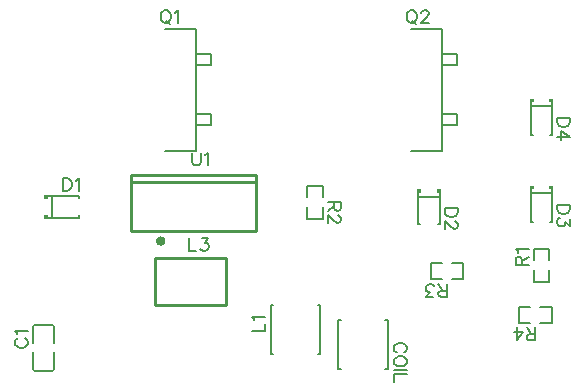
<source format=gto>
G04 Layer: TopSilkscreenLayer*
G04 EasyEDA v6.4.32, 2022-06-17 11:56:41*
G04 Gerber Generator version 0.2*
G04 Scale: 100 percent, Rotated: No, Reflected: No *
G04 Dimensions in millimeters *
G04 leading zeros omitted , absolute positions ,4 integer and 5 decimal *
%FSLAX45Y45*%
%MOMM*%

%ADD10C,0.2540*%
%ADD25C,0.1524*%
%ADD26C,0.1500*%
%ADD27C,0.1520*%
%ADD28C,0.4000*%

%LPD*%
D25*
X863092Y4014978D02*
G01*
X852678Y4009644D01*
X842263Y3999229D01*
X837184Y3989070D01*
X837184Y3968242D01*
X842263Y3957828D01*
X852678Y3947413D01*
X863092Y3942079D01*
X878839Y3937000D01*
X904747Y3937000D01*
X920242Y3942079D01*
X930655Y3947413D01*
X941070Y3957828D01*
X946150Y3968242D01*
X946150Y3989070D01*
X941070Y3999229D01*
X930655Y4009644D01*
X920242Y4014978D01*
X858012Y4049268D02*
G01*
X852678Y4059681D01*
X837184Y4075176D01*
X946150Y4075176D01*
X4128008Y3897121D02*
G01*
X4138422Y3902455D01*
X4148836Y3912870D01*
X4153915Y3923029D01*
X4153915Y3943857D01*
X4148836Y3954271D01*
X4138422Y3964686D01*
X4128008Y3970020D01*
X4112259Y3975100D01*
X4086352Y3975100D01*
X4070858Y3970020D01*
X4060443Y3964686D01*
X4050029Y3954271D01*
X4044950Y3943857D01*
X4044950Y3923029D01*
X4050029Y3912870D01*
X4060443Y3902455D01*
X4070858Y3897121D01*
X4153915Y3831589D02*
G01*
X4148836Y3842004D01*
X4138422Y3852418D01*
X4128008Y3857752D01*
X4112259Y3862831D01*
X4086352Y3862831D01*
X4070858Y3857752D01*
X4060443Y3852418D01*
X4050029Y3842004D01*
X4044950Y3831589D01*
X4044950Y3811015D01*
X4050029Y3800602D01*
X4060443Y3790187D01*
X4070858Y3784854D01*
X4086352Y3779773D01*
X4112259Y3779773D01*
X4128008Y3784854D01*
X4138422Y3790187D01*
X4148836Y3800602D01*
X4153915Y3811015D01*
X4153915Y3831589D01*
X4153915Y3745484D02*
G01*
X4044950Y3745484D01*
X4153915Y3711194D02*
G01*
X4044950Y3711194D01*
X4044950Y3711194D02*
G01*
X4044950Y3648710D01*
X2843784Y4076700D02*
G01*
X2952750Y4076700D01*
X2952750Y4076700D02*
G01*
X2952750Y4138929D01*
X2864611Y4173220D02*
G01*
X2859277Y4183634D01*
X2843784Y4199381D01*
X2952750Y4199381D01*
X1244600Y5373115D02*
G01*
X1244600Y5264150D01*
X1244600Y5373115D02*
G01*
X1280921Y5373115D01*
X1296670Y5368036D01*
X1306829Y5357621D01*
X1312163Y5347207D01*
X1317244Y5331460D01*
X1317244Y5305552D01*
X1312163Y5290057D01*
X1306829Y5279644D01*
X1296670Y5269229D01*
X1280921Y5264150D01*
X1244600Y5264150D01*
X1351534Y5352287D02*
G01*
X1361947Y5357621D01*
X1377695Y5373115D01*
X1377695Y5264150D01*
X4585715Y5118100D02*
G01*
X4476750Y5118100D01*
X4585715Y5118100D02*
G01*
X4585715Y5081778D01*
X4580636Y5066029D01*
X4570222Y5055870D01*
X4559808Y5050536D01*
X4544059Y5045455D01*
X4518152Y5045455D01*
X4502658Y5050536D01*
X4492243Y5055870D01*
X4481829Y5066029D01*
X4476750Y5081778D01*
X4476750Y5118100D01*
X4559808Y5005831D02*
G01*
X4564888Y5005831D01*
X4575302Y5000752D01*
X4580636Y4995418D01*
X4585715Y4985004D01*
X4585715Y4964429D01*
X4580636Y4954015D01*
X4575302Y4948681D01*
X4564888Y4943602D01*
X4554474Y4943602D01*
X4544059Y4948681D01*
X4528565Y4959095D01*
X4476750Y5011165D01*
X4476750Y4938268D01*
X5538215Y5143500D02*
G01*
X5429250Y5143500D01*
X5538215Y5143500D02*
G01*
X5538215Y5107178D01*
X5533136Y5091429D01*
X5522722Y5081270D01*
X5512308Y5075936D01*
X5496559Y5070855D01*
X5470652Y5070855D01*
X5455158Y5075936D01*
X5444743Y5081270D01*
X5434329Y5091429D01*
X5429250Y5107178D01*
X5429250Y5143500D01*
X5538215Y5026152D02*
G01*
X5538215Y4969002D01*
X5496559Y4999989D01*
X5496559Y4984495D01*
X5491479Y4974081D01*
X5486400Y4969002D01*
X5470652Y4963668D01*
X5460238Y4963668D01*
X5444743Y4969002D01*
X5434329Y4979415D01*
X5429250Y4994910D01*
X5429250Y5010404D01*
X5434329Y5026152D01*
X5439409Y5031231D01*
X5449824Y5036565D01*
X5538215Y5880100D02*
G01*
X5429250Y5880100D01*
X5538215Y5880100D02*
G01*
X5538215Y5843778D01*
X5533136Y5828029D01*
X5522722Y5817870D01*
X5512308Y5812536D01*
X5496559Y5807455D01*
X5470652Y5807455D01*
X5455158Y5812536D01*
X5444743Y5817870D01*
X5434329Y5828029D01*
X5429250Y5843778D01*
X5429250Y5880100D01*
X5538215Y5721095D02*
G01*
X5465572Y5773165D01*
X5465572Y5695187D01*
X5538215Y5721095D02*
G01*
X5429250Y5721095D01*
X2311400Y4865115D02*
G01*
X2311400Y4756150D01*
X2311400Y4756150D02*
G01*
X2373629Y4756150D01*
X2418334Y4865115D02*
G01*
X2475484Y4865115D01*
X2444495Y4823460D01*
X2459990Y4823460D01*
X2470404Y4818379D01*
X2475484Y4813300D01*
X2480818Y4797552D01*
X2480818Y4787137D01*
X2475484Y4771644D01*
X2465070Y4761229D01*
X2449575Y4756150D01*
X2434081Y4756150D01*
X2418334Y4761229D01*
X2413254Y4766310D01*
X2407920Y4776723D01*
X2104974Y6795515D02*
G01*
X2094560Y6790436D01*
X2084146Y6780021D01*
X2078812Y6769608D01*
X2073732Y6753860D01*
X2073732Y6727952D01*
X2078812Y6712458D01*
X2084146Y6702044D01*
X2094560Y6691629D01*
X2104974Y6686550D01*
X2125802Y6686550D01*
X2135962Y6691629D01*
X2146376Y6702044D01*
X2151710Y6712458D01*
X2156790Y6727952D01*
X2156790Y6753860D01*
X2151710Y6769608D01*
X2146376Y6780021D01*
X2135962Y6790436D01*
X2125802Y6795515D01*
X2104974Y6795515D01*
X2120468Y6707123D02*
G01*
X2151710Y6676136D01*
X2191080Y6774687D02*
G01*
X2201494Y6780021D01*
X2217242Y6795515D01*
X2217242Y6686550D01*
X4187774Y6795515D02*
G01*
X4177360Y6790436D01*
X4166946Y6780021D01*
X4161612Y6769608D01*
X4156532Y6753860D01*
X4156532Y6727952D01*
X4161612Y6712458D01*
X4166946Y6702044D01*
X4177360Y6691629D01*
X4187774Y6686550D01*
X4208602Y6686550D01*
X4218762Y6691629D01*
X4229176Y6702044D01*
X4234510Y6712458D01*
X4239590Y6727952D01*
X4239590Y6753860D01*
X4234510Y6769608D01*
X4229176Y6780021D01*
X4218762Y6790436D01*
X4208602Y6795515D01*
X4187774Y6795515D01*
X4203268Y6707123D02*
G01*
X4234510Y6676136D01*
X4279214Y6769608D02*
G01*
X4279214Y6774687D01*
X4284294Y6785102D01*
X4289628Y6790436D01*
X4300042Y6795515D01*
X4320616Y6795515D01*
X4331030Y6790436D01*
X4336364Y6785102D01*
X4341444Y6774687D01*
X4341444Y6764273D01*
X4336364Y6753860D01*
X4325950Y6738365D01*
X4273880Y6686550D01*
X4346778Y6686550D01*
X5078984Y4635500D02*
G01*
X5187950Y4635500D01*
X5078984Y4635500D02*
G01*
X5078984Y4682236D01*
X5084063Y4697729D01*
X5089397Y4703063D01*
X5099811Y4708144D01*
X5110225Y4708144D01*
X5120640Y4703063D01*
X5125720Y4697729D01*
X5130800Y4682236D01*
X5130800Y4635500D01*
X5130800Y4671821D02*
G01*
X5187950Y4708144D01*
X5099811Y4742434D02*
G01*
X5094477Y4752847D01*
X5078984Y4768595D01*
X5187950Y4768595D01*
X3595115Y5168900D02*
G01*
X3486150Y5168900D01*
X3595115Y5168900D02*
G01*
X3595115Y5122163D01*
X3590036Y5106670D01*
X3584702Y5101336D01*
X3574288Y5096255D01*
X3563874Y5096255D01*
X3553459Y5101336D01*
X3548379Y5106670D01*
X3543300Y5122163D01*
X3543300Y5168900D01*
X3543300Y5132578D02*
G01*
X3486150Y5096255D01*
X3569208Y5056631D02*
G01*
X3574288Y5056631D01*
X3584702Y5051552D01*
X3590036Y5046218D01*
X3595115Y5035804D01*
X3595115Y5015229D01*
X3590036Y5004815D01*
X3584702Y4999481D01*
X3574288Y4994402D01*
X3563874Y4994402D01*
X3553459Y4999481D01*
X3537965Y5009895D01*
X3486150Y5061965D01*
X3486150Y4989068D01*
X4495800Y4367784D02*
G01*
X4495800Y4476750D01*
X4495800Y4367784D02*
G01*
X4449063Y4367784D01*
X4433570Y4372863D01*
X4428236Y4378197D01*
X4423156Y4388612D01*
X4423156Y4399026D01*
X4428236Y4409439D01*
X4433570Y4414520D01*
X4449063Y4419600D01*
X4495800Y4419600D01*
X4459477Y4419600D02*
G01*
X4423156Y4476750D01*
X4378452Y4367784D02*
G01*
X4321302Y4367784D01*
X4352290Y4409439D01*
X4336795Y4409439D01*
X4326381Y4414520D01*
X4321302Y4419600D01*
X4315968Y4435347D01*
X4315968Y4445762D01*
X4321302Y4461255D01*
X4331715Y4471670D01*
X4347209Y4476750D01*
X4362704Y4476750D01*
X4378452Y4471670D01*
X4383531Y4466589D01*
X4388865Y4456176D01*
X5245100Y3999484D02*
G01*
X5245100Y4108450D01*
X5245100Y3999484D02*
G01*
X5198363Y3999484D01*
X5182870Y4004563D01*
X5177536Y4009897D01*
X5172456Y4020312D01*
X5172456Y4030726D01*
X5177536Y4041139D01*
X5182870Y4046220D01*
X5198363Y4051300D01*
X5245100Y4051300D01*
X5208777Y4051300D02*
G01*
X5172456Y4108450D01*
X5086095Y3999484D02*
G01*
X5138165Y4072128D01*
X5060188Y4072128D01*
X5086095Y3999484D02*
G01*
X5086095Y4108450D01*
X2336787Y5589511D02*
G01*
X2336787Y5511533D01*
X2341867Y5496039D01*
X2352281Y5485625D01*
X2368029Y5480545D01*
X2378443Y5480545D01*
X2393937Y5485625D01*
X2404351Y5496039D01*
X2409431Y5511533D01*
X2409431Y5589511D01*
X2443721Y5568683D02*
G01*
X2454135Y5574017D01*
X2469883Y5589511D01*
X2469883Y5480545D01*
G36*
X1084122Y5231028D02*
G01*
X1084122Y5199024D01*
X1114602Y5199024D01*
X1114602Y5231028D01*
G37*
G36*
X1084122Y5062575D02*
G01*
X1084122Y5030571D01*
X1114602Y5030571D01*
X1114602Y5062575D01*
G37*
G36*
X4411624Y5278577D02*
G01*
X4411624Y5248097D01*
X4443628Y5248097D01*
X4443628Y5278577D01*
G37*
G36*
X4243171Y5278577D02*
G01*
X4243171Y5248097D01*
X4275175Y5248097D01*
X4275175Y5278577D01*
G37*
G36*
X5360619Y5306974D02*
G01*
X5360619Y5276494D01*
X5390134Y5276494D01*
X5390134Y5306974D01*
G37*
G36*
X5201666Y5306974D02*
G01*
X5201666Y5276494D01*
X5231180Y5276494D01*
X5231180Y5306974D01*
G37*
G36*
X5360619Y6043574D02*
G01*
X5360619Y6013094D01*
X5390134Y6013094D01*
X5390134Y6043574D01*
G37*
G36*
X5201666Y6043574D02*
G01*
X5201666Y6013094D01*
X5231180Y6013094D01*
X5231180Y6043574D01*
G37*
X989139Y4118119D02*
G01*
X989139Y3977119D01*
X1169860Y3977119D02*
G01*
X1169860Y4118119D01*
X1154620Y4133359D02*
G01*
X1004379Y4133359D01*
X989139Y3755880D02*
G01*
X989139Y3896880D01*
X1169860Y3896880D02*
G01*
X1169860Y3755880D01*
X1154620Y3740640D02*
G01*
X1004379Y3740640D01*
D26*
X3595601Y4169399D02*
G01*
X3574981Y4169399D01*
X3574981Y3754155D01*
X3594600Y3754399D01*
X3974599Y3755400D02*
G01*
X3994150Y3755389D01*
X3994150Y4170679D01*
X3972600Y4170400D01*
X3402098Y3882400D02*
G01*
X3422718Y3882400D01*
X3422718Y4297644D01*
X3403099Y4297400D01*
X3023100Y4296399D02*
G01*
X3003550Y4296410D01*
X3003550Y3881120D01*
X3025099Y3881399D01*
D25*
X1106977Y5038176D02*
G01*
X1382222Y5038176D01*
X1106977Y5223423D02*
G01*
X1382222Y5223423D01*
X1382222Y5223423D02*
G01*
X1382222Y5204119D01*
X1382222Y5038176D02*
G01*
X1382222Y5057480D01*
X1152921Y5218422D02*
G01*
X1152921Y5043177D01*
X4250776Y5255722D02*
G01*
X4250776Y4980477D01*
X4436023Y5255722D02*
G01*
X4436023Y4980477D01*
X4436023Y4980477D02*
G01*
X4416719Y4980477D01*
X4250776Y4980477D02*
G01*
X4270080Y4980477D01*
X4431022Y5209778D02*
G01*
X4255777Y5209778D01*
X5382519Y5284116D02*
G01*
X5382519Y5002883D01*
X5382519Y5002883D02*
G01*
X5365719Y5002883D01*
X5209280Y5284116D02*
G01*
X5209280Y5002883D01*
X5209280Y5002883D02*
G01*
X5226080Y5002883D01*
X5382519Y5248429D02*
G01*
X5209280Y5248429D01*
X5382519Y6020716D02*
G01*
X5382519Y5739483D01*
X5382519Y5739483D02*
G01*
X5365719Y5739483D01*
X5209280Y6020716D02*
G01*
X5209280Y5739483D01*
X5209280Y5739483D02*
G01*
X5226080Y5739483D01*
X5382519Y5985029D02*
G01*
X5209280Y5985029D01*
D10*
X2024100Y4695799D02*
G01*
X2624099Y4695799D01*
X2624099Y4695799D02*
G01*
X2624099Y4295800D01*
X2624099Y4295800D02*
G01*
X2024100Y4295800D01*
X2024100Y4295800D02*
G01*
X2024100Y4695799D01*
D27*
X2374894Y5913130D02*
G01*
X2496398Y5913130D01*
X2496398Y5821398D01*
X2374894Y5821398D01*
X2374894Y6421130D02*
G01*
X2496398Y6421130D01*
X2496398Y6329400D01*
X2374894Y6329400D01*
D25*
X2374894Y5603781D02*
G01*
X2374894Y6639018D01*
X2109015Y5603781D02*
G01*
X2374894Y5603781D01*
X2109015Y6639018D02*
G01*
X2374894Y6639018D01*
D27*
X4457694Y5913130D02*
G01*
X4579198Y5913130D01*
X4579198Y5821398D01*
X4457694Y5821398D01*
X4457694Y6421130D02*
G01*
X4579198Y6421130D01*
X4579198Y6329400D01*
X4457694Y6329400D01*
D25*
X4457694Y5603781D02*
G01*
X4457694Y6639018D01*
X4191815Y5603781D02*
G01*
X4457694Y5603781D01*
X4191815Y6639018D02*
G01*
X4457694Y6639018D01*
X5361960Y4678121D02*
G01*
X5361960Y4774008D01*
X5229839Y4774008D01*
X5229839Y4678121D01*
X5361960Y4592878D02*
G01*
X5361960Y4496991D01*
X5229839Y4496991D01*
X5229839Y4592878D01*
X3312139Y5126278D02*
G01*
X3312139Y5030391D01*
X3444260Y5030391D01*
X3444260Y5126278D01*
X3312139Y5211521D02*
G01*
X3312139Y5307408D01*
X3444260Y5307408D01*
X3444260Y5211521D01*
X4453178Y4650760D02*
G01*
X4357291Y4650760D01*
X4357291Y4518639D01*
X4453178Y4518639D01*
X4538421Y4650760D02*
G01*
X4634308Y4650760D01*
X4634308Y4518639D01*
X4538421Y4518639D01*
X5202478Y4282460D02*
G01*
X5106591Y4282460D01*
X5106591Y4150339D01*
X5202478Y4150339D01*
X5287721Y4282460D02*
G01*
X5383608Y4282460D01*
X5383608Y4150339D01*
X5287721Y4150339D01*
D10*
X1819386Y5402102D02*
G01*
X2879587Y5402102D01*
X2879587Y4922293D01*
X1819386Y4922293D01*
X1819386Y5401594D01*
X1819386Y5402102D01*
X2879483Y5342186D02*
G01*
X1819490Y5342186D01*
D25*
G75*
G01*
X1169860Y4118120D02*
G03*
X1154620Y4133360I-15240J0D01*
G75*
G01*
X1004380Y4133360D02*
G03*
X989140Y4118120I0J-15240D01*
G75*
G01*
X1169860Y3755880D02*
G02*
X1154620Y3740640I-15240J0D01*
G75*
G01*
X1004380Y3740640D02*
G02*
X989140Y3755880I0J15240D01*
D28*
G75*
G01*
X2072490Y4859696D02*
G03*
X2072744Y4859696I127J-20000D01*
M02*

</source>
